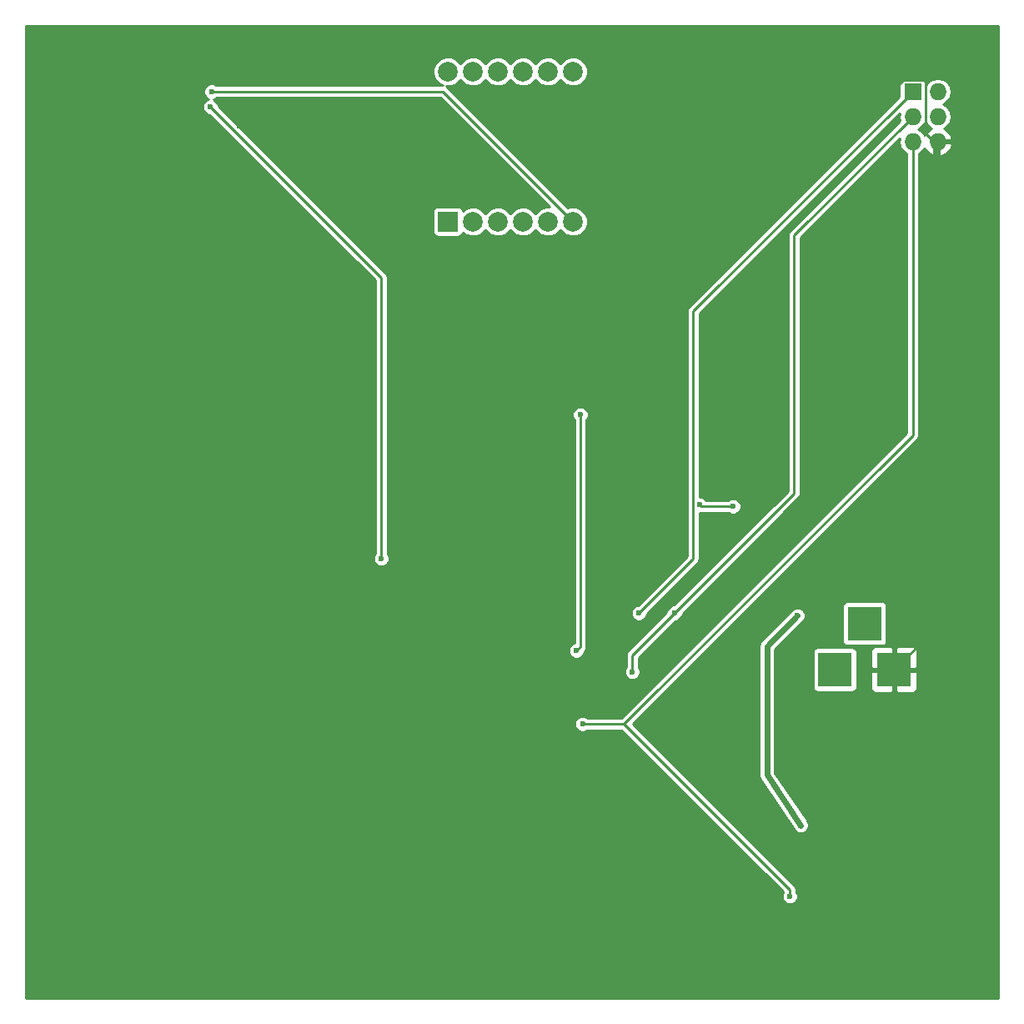
<source format=gbl>
G04 #@! TF.FileFunction,Copper,L2,Bot,Signal*
%FSLAX46Y46*%
G04 Gerber Fmt 4.6, Leading zero omitted, Abs format (unit mm)*
G04 Created by KiCad (PCBNEW 4.0.4-stable) date 11/18/16 12:36:53*
%MOMM*%
%LPD*%
G01*
G04 APERTURE LIST*
%ADD10C,0.100000*%
%ADD11R,2.032000X2.032000*%
%ADD12C,2.000000*%
%ADD13R,3.500120X3.500120*%
%ADD14R,1.727200X1.727200*%
%ADD15O,1.727200X1.727200*%
%ADD16C,0.600000*%
%ADD17C,0.250000*%
%ADD18C,0.600000*%
%ADD19C,0.254000*%
G04 APERTURE END LIST*
D10*
D11*
X125000000Y-65500000D03*
D12*
X127540000Y-65500000D03*
X130080000Y-65500000D03*
X132620000Y-65500000D03*
X135160000Y-65500000D03*
X137700000Y-65500000D03*
X132620000Y-50260000D03*
X135160000Y-50260000D03*
X125000000Y-50260000D03*
X127540000Y-50260000D03*
X137700000Y-50260000D03*
X130080000Y-50260000D03*
D13*
X164299860Y-111000000D03*
X170299340Y-111000000D03*
X167299600Y-106301000D03*
D14*
X172200000Y-52300000D03*
D15*
X174740000Y-52300000D03*
X172200000Y-54840000D03*
X174740000Y-54840000D03*
X172200000Y-57380000D03*
X174740000Y-57380000D03*
D16*
X101003400Y-52308700D03*
X160822500Y-126784856D03*
X160500000Y-105500000D03*
X141998700Y-81948800D03*
X129308000Y-84395200D03*
X103851100Y-55830100D03*
X148865400Y-82041300D03*
X130027200Y-81049300D03*
X144387900Y-105244600D03*
X148017500Y-105232800D03*
X143729600Y-111208300D03*
X138452900Y-85100000D03*
X138053200Y-109076500D03*
X100866100Y-53850000D03*
X118238800Y-99712700D03*
X138665900Y-116500000D03*
X159731100Y-134016400D03*
X150526700Y-94244400D03*
X153951900Y-94424600D03*
D17*
X124508700Y-52308700D02*
X137700000Y-65500000D01*
X101003400Y-52308700D02*
X124508700Y-52308700D01*
D18*
X160500000Y-105500000D02*
X157400000Y-108600000D01*
X157400000Y-108600000D02*
X157400000Y-121700000D01*
X157400000Y-121700000D02*
X160822500Y-126784856D01*
D17*
X174740000Y-57380000D02*
X174310800Y-57380000D01*
X174310800Y-106988500D02*
X170299300Y-111000000D01*
X174310800Y-57380000D02*
X174310800Y-106988500D01*
X173470000Y-56539200D02*
X174310800Y-57380000D01*
X173470000Y-51328900D02*
X173470000Y-56539200D01*
X173252100Y-51111000D02*
X173470000Y-51328900D01*
X171198100Y-51111000D02*
X173252100Y-51111000D01*
X148772900Y-73536200D02*
X171198100Y-51111000D01*
X148772900Y-81948800D02*
X148772900Y-73536200D01*
X148772900Y-81948800D02*
X148865400Y-82041300D01*
X129070300Y-81049300D02*
X103851100Y-55830100D01*
X130027200Y-81049300D02*
X129070300Y-81049300D01*
X141998700Y-81948800D02*
X148772900Y-81948800D01*
X141099200Y-81049300D02*
X130027200Y-81049300D01*
X141998700Y-81948800D02*
X141099200Y-81049300D01*
X130027200Y-83676000D02*
X129308000Y-84395200D01*
X130027200Y-81049300D02*
X130027200Y-83676000D01*
X149901300Y-99731200D02*
X144387900Y-105244600D01*
X149901300Y-74598700D02*
X149901300Y-99731200D01*
X172200000Y-52300000D02*
X149901300Y-74598700D01*
X143729600Y-109520700D02*
X143729600Y-111208300D01*
X148017500Y-105232800D02*
X143729600Y-109520700D01*
X160141500Y-66898500D02*
X172200000Y-54840000D01*
X160141500Y-93108800D02*
X160141500Y-66898500D01*
X148017500Y-105232800D02*
X160141500Y-93108800D01*
X138452900Y-108676800D02*
X138452900Y-85100000D01*
X138053200Y-109076500D02*
X138452900Y-108676800D01*
X118238800Y-71222700D02*
X118238800Y-99712700D01*
X100866100Y-53850000D02*
X118238800Y-71222700D01*
X159731100Y-133336700D02*
X142894400Y-116500000D01*
X159731100Y-134016400D02*
X159731100Y-133336700D01*
X142894400Y-116500000D02*
X138665900Y-116500000D01*
X172200000Y-87194400D02*
X172200000Y-57380000D01*
X142894400Y-116500000D02*
X172200000Y-87194400D01*
X150706900Y-94424600D02*
X150526700Y-94244400D01*
X153951900Y-94424600D02*
X150706900Y-94424600D01*
D19*
G36*
X180873000Y-144373000D02*
X82127000Y-144373000D01*
X82127000Y-116659818D01*
X137858760Y-116659818D01*
X137981360Y-116956532D01*
X138208174Y-117183742D01*
X138504674Y-117306860D01*
X138825718Y-117307140D01*
X139122432Y-117184540D01*
X139175064Y-117132000D01*
X142632618Y-117132000D01*
X159053330Y-133552713D01*
X159047358Y-133558674D01*
X158924240Y-133855174D01*
X158923960Y-134176218D01*
X159046560Y-134472932D01*
X159273374Y-134700142D01*
X159569874Y-134823260D01*
X159890918Y-134823540D01*
X160187632Y-134700940D01*
X160414842Y-134474126D01*
X160537960Y-134177626D01*
X160538240Y-133856582D01*
X160415640Y-133559868D01*
X160363100Y-133507236D01*
X160363100Y-133336700D01*
X160314992Y-133094844D01*
X160177991Y-132889808D01*
X143788182Y-116500000D01*
X151688182Y-108600000D01*
X156593000Y-108600000D01*
X156593000Y-121700000D01*
X156608769Y-121779277D01*
X156609042Y-121860111D01*
X156639186Y-121932195D01*
X156654429Y-122008826D01*
X156699338Y-122076036D01*
X156730523Y-122150610D01*
X160107674Y-127168090D01*
X160137960Y-127241388D01*
X160364774Y-127468598D01*
X160661274Y-127591716D01*
X160982318Y-127591996D01*
X161279032Y-127469396D01*
X161506242Y-127242582D01*
X161629360Y-126946082D01*
X161629640Y-126625038D01*
X161507040Y-126328324D01*
X161448562Y-126269744D01*
X158207000Y-121453710D01*
X158207000Y-109249940D01*
X162032868Y-109249940D01*
X162032868Y-112750060D01*
X162068221Y-112937943D01*
X162179259Y-113110502D01*
X162348684Y-113226265D01*
X162549800Y-113266992D01*
X166049920Y-113266992D01*
X166237803Y-113231639D01*
X166410362Y-113120601D01*
X166526125Y-112951176D01*
X166566852Y-112750060D01*
X166566852Y-111285750D01*
X167914280Y-111285750D01*
X167914280Y-112876370D01*
X168010953Y-113109759D01*
X168189582Y-113288387D01*
X168422971Y-113385060D01*
X170013590Y-113385060D01*
X170172340Y-113226310D01*
X170172340Y-111127000D01*
X170426340Y-111127000D01*
X170426340Y-113226310D01*
X170585090Y-113385060D01*
X172175709Y-113385060D01*
X172409098Y-113288387D01*
X172587727Y-113109759D01*
X172684400Y-112876370D01*
X172684400Y-111285750D01*
X172525650Y-111127000D01*
X170426340Y-111127000D01*
X170172340Y-111127000D01*
X168073030Y-111127000D01*
X167914280Y-111285750D01*
X166566852Y-111285750D01*
X166566852Y-109249940D01*
X166543085Y-109123630D01*
X167914280Y-109123630D01*
X167914280Y-110714250D01*
X168073030Y-110873000D01*
X170172340Y-110873000D01*
X170172340Y-108773690D01*
X170426340Y-108773690D01*
X170426340Y-110873000D01*
X172525650Y-110873000D01*
X172684400Y-110714250D01*
X172684400Y-109123630D01*
X172587727Y-108890241D01*
X172409098Y-108711613D01*
X172175709Y-108614940D01*
X170585090Y-108614940D01*
X170426340Y-108773690D01*
X170172340Y-108773690D01*
X170013590Y-108614940D01*
X168422971Y-108614940D01*
X168189582Y-108711613D01*
X168010953Y-108890241D01*
X167914280Y-109123630D01*
X166543085Y-109123630D01*
X166531499Y-109062057D01*
X166420461Y-108889498D01*
X166251036Y-108773735D01*
X166049920Y-108733008D01*
X162549800Y-108733008D01*
X162361917Y-108768361D01*
X162189358Y-108879399D01*
X162073595Y-109048824D01*
X162032868Y-109249940D01*
X158207000Y-109249940D01*
X158207000Y-108934270D01*
X161070137Y-106071133D01*
X161183742Y-105957726D01*
X161306860Y-105661226D01*
X161307140Y-105340182D01*
X161184540Y-105043468D01*
X160957726Y-104816258D01*
X160661226Y-104693140D01*
X160340182Y-104692860D01*
X160043468Y-104815460D01*
X159816258Y-105042274D01*
X159816117Y-105042613D01*
X156829365Y-108029365D01*
X156654429Y-108291174D01*
X156593000Y-108600000D01*
X151688182Y-108600000D01*
X155737242Y-104550940D01*
X165032608Y-104550940D01*
X165032608Y-108051060D01*
X165067961Y-108238943D01*
X165178999Y-108411502D01*
X165348424Y-108527265D01*
X165549540Y-108567992D01*
X169049660Y-108567992D01*
X169237543Y-108532639D01*
X169410102Y-108421601D01*
X169525865Y-108252176D01*
X169566592Y-108051060D01*
X169566592Y-104550940D01*
X169531239Y-104363057D01*
X169420201Y-104190498D01*
X169250776Y-104074735D01*
X169049660Y-104034008D01*
X165549540Y-104034008D01*
X165361657Y-104069361D01*
X165189098Y-104180399D01*
X165073335Y-104349824D01*
X165032608Y-104550940D01*
X155737242Y-104550940D01*
X172646892Y-87641291D01*
X172783892Y-87436256D01*
X172832000Y-87194400D01*
X172832000Y-58592386D01*
X173196013Y-58349161D01*
X173406979Y-58033426D01*
X173457312Y-58154947D01*
X173851510Y-58586821D01*
X174380973Y-58834968D01*
X174613000Y-58714469D01*
X174613000Y-57507000D01*
X174867000Y-57507000D01*
X174867000Y-58714469D01*
X175099027Y-58834968D01*
X175628490Y-58586821D01*
X176022688Y-58154947D01*
X176194958Y-57739026D01*
X176073817Y-57507000D01*
X174867000Y-57507000D01*
X174613000Y-57507000D01*
X174593000Y-57507000D01*
X174593000Y-57253000D01*
X174613000Y-57253000D01*
X174613000Y-57233000D01*
X174867000Y-57233000D01*
X174867000Y-57253000D01*
X176073817Y-57253000D01*
X176194958Y-57020974D01*
X176022688Y-56605053D01*
X175628490Y-56173179D01*
X175371488Y-56052728D01*
X175736013Y-55809161D01*
X176033121Y-55364506D01*
X176137452Y-54840000D01*
X176033121Y-54315494D01*
X175736013Y-53870839D01*
X175291358Y-53573731D01*
X175272601Y-53570000D01*
X175291358Y-53566269D01*
X175736013Y-53269161D01*
X176033121Y-52824506D01*
X176137452Y-52300000D01*
X176033121Y-51775494D01*
X175736013Y-51330839D01*
X175291358Y-51033731D01*
X174766852Y-50929400D01*
X174713148Y-50929400D01*
X174188642Y-51033731D01*
X173743987Y-51330839D01*
X173580532Y-51575467D01*
X173580532Y-51436400D01*
X173545179Y-51248517D01*
X173434141Y-51075958D01*
X173264716Y-50960195D01*
X173063600Y-50919468D01*
X171336400Y-50919468D01*
X171148517Y-50954821D01*
X170975958Y-51065859D01*
X170860195Y-51235284D01*
X170819468Y-51436400D01*
X170819468Y-52786749D01*
X149454409Y-74151809D01*
X149317408Y-74356844D01*
X149269300Y-74598700D01*
X149269300Y-99469417D01*
X144301194Y-104437524D01*
X144228082Y-104437460D01*
X143931368Y-104560060D01*
X143704158Y-104786874D01*
X143581040Y-105083374D01*
X143580760Y-105404418D01*
X143703360Y-105701132D01*
X143930174Y-105928342D01*
X144226674Y-106051460D01*
X144547718Y-106051740D01*
X144844432Y-105929140D01*
X145071642Y-105702326D01*
X145194760Y-105405826D01*
X145194825Y-105331457D01*
X150348191Y-100178092D01*
X150485192Y-99973056D01*
X150505190Y-99872518D01*
X150533300Y-99731200D01*
X150533300Y-95051406D01*
X150681439Y-95051536D01*
X150706900Y-95056600D01*
X153442522Y-95056600D01*
X153494174Y-95108342D01*
X153790674Y-95231460D01*
X154111718Y-95231740D01*
X154408432Y-95109140D01*
X154635642Y-94882326D01*
X154758760Y-94585826D01*
X154759040Y-94264782D01*
X154636440Y-93968068D01*
X154409626Y-93740858D01*
X154113126Y-93617740D01*
X153792082Y-93617460D01*
X153495368Y-93740060D01*
X153442736Y-93792600D01*
X151213195Y-93792600D01*
X151211240Y-93787868D01*
X150984426Y-93560658D01*
X150687926Y-93437540D01*
X150533300Y-93437405D01*
X150533300Y-74860482D01*
X170864317Y-54529466D01*
X170802548Y-54840000D01*
X170886112Y-55260105D01*
X159694609Y-66451609D01*
X159557608Y-66656644D01*
X159509500Y-66898500D01*
X159509500Y-92847017D01*
X147930794Y-104425724D01*
X147857682Y-104425660D01*
X147560968Y-104548260D01*
X147333758Y-104775074D01*
X147210640Y-105071574D01*
X147210575Y-105145942D01*
X143282709Y-109073809D01*
X143145708Y-109278844D01*
X143097600Y-109520700D01*
X143097600Y-110698922D01*
X143045858Y-110750574D01*
X142922740Y-111047074D01*
X142922460Y-111368118D01*
X143045060Y-111664832D01*
X143271874Y-111892042D01*
X143568374Y-112015160D01*
X143889418Y-112015440D01*
X144186132Y-111892840D01*
X144413342Y-111666026D01*
X144536460Y-111369526D01*
X144536740Y-111048482D01*
X144414140Y-110751768D01*
X144361600Y-110699136D01*
X144361600Y-109782482D01*
X148104207Y-106039876D01*
X148177318Y-106039940D01*
X148474032Y-105917340D01*
X148701242Y-105690526D01*
X148824360Y-105394026D01*
X148824425Y-105319657D01*
X160588391Y-93555692D01*
X160725392Y-93350656D01*
X160773500Y-93108800D01*
X160773500Y-67160282D01*
X170864317Y-57069466D01*
X170802548Y-57380000D01*
X170906879Y-57904506D01*
X171203987Y-58349161D01*
X171568000Y-58592386D01*
X171568000Y-86932617D01*
X142632618Y-115868000D01*
X139175278Y-115868000D01*
X139123626Y-115816258D01*
X138827126Y-115693140D01*
X138506082Y-115692860D01*
X138209368Y-115815460D01*
X137982158Y-116042274D01*
X137859040Y-116338774D01*
X137858760Y-116659818D01*
X82127000Y-116659818D01*
X82127000Y-109236318D01*
X137246060Y-109236318D01*
X137368660Y-109533032D01*
X137595474Y-109760242D01*
X137891974Y-109883360D01*
X138213018Y-109883640D01*
X138509732Y-109761040D01*
X138736942Y-109534226D01*
X138860060Y-109237726D01*
X138860125Y-109163358D01*
X138899791Y-109123692D01*
X139036792Y-108918656D01*
X139037465Y-108915274D01*
X139084900Y-108676800D01*
X139084900Y-85609378D01*
X139136642Y-85557726D01*
X139259760Y-85261226D01*
X139260040Y-84940182D01*
X139137440Y-84643468D01*
X138910626Y-84416258D01*
X138614126Y-84293140D01*
X138293082Y-84292860D01*
X137996368Y-84415460D01*
X137769158Y-84642274D01*
X137646040Y-84938774D01*
X137645760Y-85259818D01*
X137768360Y-85556532D01*
X137820900Y-85609164D01*
X137820900Y-108299309D01*
X137596668Y-108391960D01*
X137369458Y-108618774D01*
X137246340Y-108915274D01*
X137246060Y-109236318D01*
X82127000Y-109236318D01*
X82127000Y-54009818D01*
X100058960Y-54009818D01*
X100181560Y-54306532D01*
X100408374Y-54533742D01*
X100704874Y-54656860D01*
X100779243Y-54656925D01*
X117606800Y-71484483D01*
X117606800Y-99203322D01*
X117555058Y-99254974D01*
X117431940Y-99551474D01*
X117431660Y-99872518D01*
X117554260Y-100169232D01*
X117781074Y-100396442D01*
X118077574Y-100519560D01*
X118398618Y-100519840D01*
X118695332Y-100397240D01*
X118922542Y-100170426D01*
X119045660Y-99873926D01*
X119045940Y-99552882D01*
X118923340Y-99256168D01*
X118870800Y-99203536D01*
X118870800Y-71222700D01*
X118822692Y-70980844D01*
X118685692Y-70775809D01*
X101673176Y-53763294D01*
X101673240Y-53690182D01*
X101550640Y-53393468D01*
X101323826Y-53166258D01*
X101182861Y-53107724D01*
X101459932Y-52993240D01*
X101512564Y-52940700D01*
X124246918Y-52940700D01*
X135299338Y-63993121D01*
X134861554Y-63992739D01*
X134307468Y-64221683D01*
X133889643Y-64638779D01*
X133474762Y-64223172D01*
X132921076Y-63993262D01*
X132321554Y-63992739D01*
X131767468Y-64221683D01*
X131349643Y-64638779D01*
X130934762Y-64223172D01*
X130381076Y-63993262D01*
X129781554Y-63992739D01*
X129227468Y-64221683D01*
X128809643Y-64638779D01*
X128394762Y-64223172D01*
X127841076Y-63993262D01*
X127241554Y-63992739D01*
X126687468Y-64221683D01*
X126515816Y-64393036D01*
X126497579Y-64296117D01*
X126386541Y-64123558D01*
X126217116Y-64007795D01*
X126016000Y-63967068D01*
X123984000Y-63967068D01*
X123796117Y-64002421D01*
X123623558Y-64113459D01*
X123507795Y-64282884D01*
X123467068Y-64484000D01*
X123467068Y-66516000D01*
X123502421Y-66703883D01*
X123613459Y-66876442D01*
X123782884Y-66992205D01*
X123984000Y-67032932D01*
X126016000Y-67032932D01*
X126203883Y-66997579D01*
X126376442Y-66886541D01*
X126492205Y-66717116D01*
X126514707Y-66605999D01*
X126685238Y-66776828D01*
X127238924Y-67006738D01*
X127838446Y-67007261D01*
X128392532Y-66778317D01*
X128810357Y-66361221D01*
X129225238Y-66776828D01*
X129778924Y-67006738D01*
X130378446Y-67007261D01*
X130932532Y-66778317D01*
X131350357Y-66361221D01*
X131765238Y-66776828D01*
X132318924Y-67006738D01*
X132918446Y-67007261D01*
X133472532Y-66778317D01*
X133890357Y-66361221D01*
X134305238Y-66776828D01*
X134858924Y-67006738D01*
X135458446Y-67007261D01*
X136012532Y-66778317D01*
X136430357Y-66361221D01*
X136845238Y-66776828D01*
X137398924Y-67006738D01*
X137998446Y-67007261D01*
X138552532Y-66778317D01*
X138976828Y-66354762D01*
X139206738Y-65801076D01*
X139207261Y-65201554D01*
X138978317Y-64647468D01*
X138554762Y-64223172D01*
X138001076Y-63993262D01*
X137401554Y-63992739D01*
X137178632Y-64084849D01*
X124955591Y-51861809D01*
X124813458Y-51766838D01*
X125298446Y-51767261D01*
X125852532Y-51538317D01*
X126270357Y-51121221D01*
X126685238Y-51536828D01*
X127238924Y-51766738D01*
X127838446Y-51767261D01*
X128392532Y-51538317D01*
X128810357Y-51121221D01*
X129225238Y-51536828D01*
X129778924Y-51766738D01*
X130378446Y-51767261D01*
X130932532Y-51538317D01*
X131350357Y-51121221D01*
X131765238Y-51536828D01*
X132318924Y-51766738D01*
X132918446Y-51767261D01*
X133472532Y-51538317D01*
X133890357Y-51121221D01*
X134305238Y-51536828D01*
X134858924Y-51766738D01*
X135458446Y-51767261D01*
X136012532Y-51538317D01*
X136430357Y-51121221D01*
X136845238Y-51536828D01*
X137398924Y-51766738D01*
X137998446Y-51767261D01*
X138552532Y-51538317D01*
X138976828Y-51114762D01*
X139206738Y-50561076D01*
X139207261Y-49961554D01*
X138978317Y-49407468D01*
X138554762Y-48983172D01*
X138001076Y-48753262D01*
X137401554Y-48752739D01*
X136847468Y-48981683D01*
X136429643Y-49398779D01*
X136014762Y-48983172D01*
X135461076Y-48753262D01*
X134861554Y-48752739D01*
X134307468Y-48981683D01*
X133889643Y-49398779D01*
X133474762Y-48983172D01*
X132921076Y-48753262D01*
X132321554Y-48752739D01*
X131767468Y-48981683D01*
X131349643Y-49398779D01*
X130934762Y-48983172D01*
X130381076Y-48753262D01*
X129781554Y-48752739D01*
X129227468Y-48981683D01*
X128809643Y-49398779D01*
X128394762Y-48983172D01*
X127841076Y-48753262D01*
X127241554Y-48752739D01*
X126687468Y-48981683D01*
X126269643Y-49398779D01*
X125854762Y-48983172D01*
X125301076Y-48753262D01*
X124701554Y-48752739D01*
X124147468Y-48981683D01*
X123723172Y-49405238D01*
X123493262Y-49958924D01*
X123492739Y-50558446D01*
X123721683Y-51112532D01*
X124145238Y-51536828D01*
X124482088Y-51676700D01*
X101512778Y-51676700D01*
X101461126Y-51624958D01*
X101164626Y-51501840D01*
X100843582Y-51501560D01*
X100546868Y-51624160D01*
X100319658Y-51850974D01*
X100196540Y-52147474D01*
X100196260Y-52468518D01*
X100318860Y-52765232D01*
X100545674Y-52992442D01*
X100686639Y-53050976D01*
X100409568Y-53165460D01*
X100182358Y-53392274D01*
X100059240Y-53688774D01*
X100058960Y-54009818D01*
X82127000Y-54009818D01*
X82127000Y-45627000D01*
X180873000Y-45627000D01*
X180873000Y-144373000D01*
X180873000Y-144373000D01*
G37*
X180873000Y-144373000D02*
X82127000Y-144373000D01*
X82127000Y-116659818D01*
X137858760Y-116659818D01*
X137981360Y-116956532D01*
X138208174Y-117183742D01*
X138504674Y-117306860D01*
X138825718Y-117307140D01*
X139122432Y-117184540D01*
X139175064Y-117132000D01*
X142632618Y-117132000D01*
X159053330Y-133552713D01*
X159047358Y-133558674D01*
X158924240Y-133855174D01*
X158923960Y-134176218D01*
X159046560Y-134472932D01*
X159273374Y-134700142D01*
X159569874Y-134823260D01*
X159890918Y-134823540D01*
X160187632Y-134700940D01*
X160414842Y-134474126D01*
X160537960Y-134177626D01*
X160538240Y-133856582D01*
X160415640Y-133559868D01*
X160363100Y-133507236D01*
X160363100Y-133336700D01*
X160314992Y-133094844D01*
X160177991Y-132889808D01*
X143788182Y-116500000D01*
X151688182Y-108600000D01*
X156593000Y-108600000D01*
X156593000Y-121700000D01*
X156608769Y-121779277D01*
X156609042Y-121860111D01*
X156639186Y-121932195D01*
X156654429Y-122008826D01*
X156699338Y-122076036D01*
X156730523Y-122150610D01*
X160107674Y-127168090D01*
X160137960Y-127241388D01*
X160364774Y-127468598D01*
X160661274Y-127591716D01*
X160982318Y-127591996D01*
X161279032Y-127469396D01*
X161506242Y-127242582D01*
X161629360Y-126946082D01*
X161629640Y-126625038D01*
X161507040Y-126328324D01*
X161448562Y-126269744D01*
X158207000Y-121453710D01*
X158207000Y-109249940D01*
X162032868Y-109249940D01*
X162032868Y-112750060D01*
X162068221Y-112937943D01*
X162179259Y-113110502D01*
X162348684Y-113226265D01*
X162549800Y-113266992D01*
X166049920Y-113266992D01*
X166237803Y-113231639D01*
X166410362Y-113120601D01*
X166526125Y-112951176D01*
X166566852Y-112750060D01*
X166566852Y-111285750D01*
X167914280Y-111285750D01*
X167914280Y-112876370D01*
X168010953Y-113109759D01*
X168189582Y-113288387D01*
X168422971Y-113385060D01*
X170013590Y-113385060D01*
X170172340Y-113226310D01*
X170172340Y-111127000D01*
X170426340Y-111127000D01*
X170426340Y-113226310D01*
X170585090Y-113385060D01*
X172175709Y-113385060D01*
X172409098Y-113288387D01*
X172587727Y-113109759D01*
X172684400Y-112876370D01*
X172684400Y-111285750D01*
X172525650Y-111127000D01*
X170426340Y-111127000D01*
X170172340Y-111127000D01*
X168073030Y-111127000D01*
X167914280Y-111285750D01*
X166566852Y-111285750D01*
X166566852Y-109249940D01*
X166543085Y-109123630D01*
X167914280Y-109123630D01*
X167914280Y-110714250D01*
X168073030Y-110873000D01*
X170172340Y-110873000D01*
X170172340Y-108773690D01*
X170426340Y-108773690D01*
X170426340Y-110873000D01*
X172525650Y-110873000D01*
X172684400Y-110714250D01*
X172684400Y-109123630D01*
X172587727Y-108890241D01*
X172409098Y-108711613D01*
X172175709Y-108614940D01*
X170585090Y-108614940D01*
X170426340Y-108773690D01*
X170172340Y-108773690D01*
X170013590Y-108614940D01*
X168422971Y-108614940D01*
X168189582Y-108711613D01*
X168010953Y-108890241D01*
X167914280Y-109123630D01*
X166543085Y-109123630D01*
X166531499Y-109062057D01*
X166420461Y-108889498D01*
X166251036Y-108773735D01*
X166049920Y-108733008D01*
X162549800Y-108733008D01*
X162361917Y-108768361D01*
X162189358Y-108879399D01*
X162073595Y-109048824D01*
X162032868Y-109249940D01*
X158207000Y-109249940D01*
X158207000Y-108934270D01*
X161070137Y-106071133D01*
X161183742Y-105957726D01*
X161306860Y-105661226D01*
X161307140Y-105340182D01*
X161184540Y-105043468D01*
X160957726Y-104816258D01*
X160661226Y-104693140D01*
X160340182Y-104692860D01*
X160043468Y-104815460D01*
X159816258Y-105042274D01*
X159816117Y-105042613D01*
X156829365Y-108029365D01*
X156654429Y-108291174D01*
X156593000Y-108600000D01*
X151688182Y-108600000D01*
X155737242Y-104550940D01*
X165032608Y-104550940D01*
X165032608Y-108051060D01*
X165067961Y-108238943D01*
X165178999Y-108411502D01*
X165348424Y-108527265D01*
X165549540Y-108567992D01*
X169049660Y-108567992D01*
X169237543Y-108532639D01*
X169410102Y-108421601D01*
X169525865Y-108252176D01*
X169566592Y-108051060D01*
X169566592Y-104550940D01*
X169531239Y-104363057D01*
X169420201Y-104190498D01*
X169250776Y-104074735D01*
X169049660Y-104034008D01*
X165549540Y-104034008D01*
X165361657Y-104069361D01*
X165189098Y-104180399D01*
X165073335Y-104349824D01*
X165032608Y-104550940D01*
X155737242Y-104550940D01*
X172646892Y-87641291D01*
X172783892Y-87436256D01*
X172832000Y-87194400D01*
X172832000Y-58592386D01*
X173196013Y-58349161D01*
X173406979Y-58033426D01*
X173457312Y-58154947D01*
X173851510Y-58586821D01*
X174380973Y-58834968D01*
X174613000Y-58714469D01*
X174613000Y-57507000D01*
X174867000Y-57507000D01*
X174867000Y-58714469D01*
X175099027Y-58834968D01*
X175628490Y-58586821D01*
X176022688Y-58154947D01*
X176194958Y-57739026D01*
X176073817Y-57507000D01*
X174867000Y-57507000D01*
X174613000Y-57507000D01*
X174593000Y-57507000D01*
X174593000Y-57253000D01*
X174613000Y-57253000D01*
X174613000Y-57233000D01*
X174867000Y-57233000D01*
X174867000Y-57253000D01*
X176073817Y-57253000D01*
X176194958Y-57020974D01*
X176022688Y-56605053D01*
X175628490Y-56173179D01*
X175371488Y-56052728D01*
X175736013Y-55809161D01*
X176033121Y-55364506D01*
X176137452Y-54840000D01*
X176033121Y-54315494D01*
X175736013Y-53870839D01*
X175291358Y-53573731D01*
X175272601Y-53570000D01*
X175291358Y-53566269D01*
X175736013Y-53269161D01*
X176033121Y-52824506D01*
X176137452Y-52300000D01*
X176033121Y-51775494D01*
X175736013Y-51330839D01*
X175291358Y-51033731D01*
X174766852Y-50929400D01*
X174713148Y-50929400D01*
X174188642Y-51033731D01*
X173743987Y-51330839D01*
X173580532Y-51575467D01*
X173580532Y-51436400D01*
X173545179Y-51248517D01*
X173434141Y-51075958D01*
X173264716Y-50960195D01*
X173063600Y-50919468D01*
X171336400Y-50919468D01*
X171148517Y-50954821D01*
X170975958Y-51065859D01*
X170860195Y-51235284D01*
X170819468Y-51436400D01*
X170819468Y-52786749D01*
X149454409Y-74151809D01*
X149317408Y-74356844D01*
X149269300Y-74598700D01*
X149269300Y-99469417D01*
X144301194Y-104437524D01*
X144228082Y-104437460D01*
X143931368Y-104560060D01*
X143704158Y-104786874D01*
X143581040Y-105083374D01*
X143580760Y-105404418D01*
X143703360Y-105701132D01*
X143930174Y-105928342D01*
X144226674Y-106051460D01*
X144547718Y-106051740D01*
X144844432Y-105929140D01*
X145071642Y-105702326D01*
X145194760Y-105405826D01*
X145194825Y-105331457D01*
X150348191Y-100178092D01*
X150485192Y-99973056D01*
X150505190Y-99872518D01*
X150533300Y-99731200D01*
X150533300Y-95051406D01*
X150681439Y-95051536D01*
X150706900Y-95056600D01*
X153442522Y-95056600D01*
X153494174Y-95108342D01*
X153790674Y-95231460D01*
X154111718Y-95231740D01*
X154408432Y-95109140D01*
X154635642Y-94882326D01*
X154758760Y-94585826D01*
X154759040Y-94264782D01*
X154636440Y-93968068D01*
X154409626Y-93740858D01*
X154113126Y-93617740D01*
X153792082Y-93617460D01*
X153495368Y-93740060D01*
X153442736Y-93792600D01*
X151213195Y-93792600D01*
X151211240Y-93787868D01*
X150984426Y-93560658D01*
X150687926Y-93437540D01*
X150533300Y-93437405D01*
X150533300Y-74860482D01*
X170864317Y-54529466D01*
X170802548Y-54840000D01*
X170886112Y-55260105D01*
X159694609Y-66451609D01*
X159557608Y-66656644D01*
X159509500Y-66898500D01*
X159509500Y-92847017D01*
X147930794Y-104425724D01*
X147857682Y-104425660D01*
X147560968Y-104548260D01*
X147333758Y-104775074D01*
X147210640Y-105071574D01*
X147210575Y-105145942D01*
X143282709Y-109073809D01*
X143145708Y-109278844D01*
X143097600Y-109520700D01*
X143097600Y-110698922D01*
X143045858Y-110750574D01*
X142922740Y-111047074D01*
X142922460Y-111368118D01*
X143045060Y-111664832D01*
X143271874Y-111892042D01*
X143568374Y-112015160D01*
X143889418Y-112015440D01*
X144186132Y-111892840D01*
X144413342Y-111666026D01*
X144536460Y-111369526D01*
X144536740Y-111048482D01*
X144414140Y-110751768D01*
X144361600Y-110699136D01*
X144361600Y-109782482D01*
X148104207Y-106039876D01*
X148177318Y-106039940D01*
X148474032Y-105917340D01*
X148701242Y-105690526D01*
X148824360Y-105394026D01*
X148824425Y-105319657D01*
X160588391Y-93555692D01*
X160725392Y-93350656D01*
X160773500Y-93108800D01*
X160773500Y-67160282D01*
X170864317Y-57069466D01*
X170802548Y-57380000D01*
X170906879Y-57904506D01*
X171203987Y-58349161D01*
X171568000Y-58592386D01*
X171568000Y-86932617D01*
X142632618Y-115868000D01*
X139175278Y-115868000D01*
X139123626Y-115816258D01*
X138827126Y-115693140D01*
X138506082Y-115692860D01*
X138209368Y-115815460D01*
X137982158Y-116042274D01*
X137859040Y-116338774D01*
X137858760Y-116659818D01*
X82127000Y-116659818D01*
X82127000Y-109236318D01*
X137246060Y-109236318D01*
X137368660Y-109533032D01*
X137595474Y-109760242D01*
X137891974Y-109883360D01*
X138213018Y-109883640D01*
X138509732Y-109761040D01*
X138736942Y-109534226D01*
X138860060Y-109237726D01*
X138860125Y-109163358D01*
X138899791Y-109123692D01*
X139036792Y-108918656D01*
X139037465Y-108915274D01*
X139084900Y-108676800D01*
X139084900Y-85609378D01*
X139136642Y-85557726D01*
X139259760Y-85261226D01*
X139260040Y-84940182D01*
X139137440Y-84643468D01*
X138910626Y-84416258D01*
X138614126Y-84293140D01*
X138293082Y-84292860D01*
X137996368Y-84415460D01*
X137769158Y-84642274D01*
X137646040Y-84938774D01*
X137645760Y-85259818D01*
X137768360Y-85556532D01*
X137820900Y-85609164D01*
X137820900Y-108299309D01*
X137596668Y-108391960D01*
X137369458Y-108618774D01*
X137246340Y-108915274D01*
X137246060Y-109236318D01*
X82127000Y-109236318D01*
X82127000Y-54009818D01*
X100058960Y-54009818D01*
X100181560Y-54306532D01*
X100408374Y-54533742D01*
X100704874Y-54656860D01*
X100779243Y-54656925D01*
X117606800Y-71484483D01*
X117606800Y-99203322D01*
X117555058Y-99254974D01*
X117431940Y-99551474D01*
X117431660Y-99872518D01*
X117554260Y-100169232D01*
X117781074Y-100396442D01*
X118077574Y-100519560D01*
X118398618Y-100519840D01*
X118695332Y-100397240D01*
X118922542Y-100170426D01*
X119045660Y-99873926D01*
X119045940Y-99552882D01*
X118923340Y-99256168D01*
X118870800Y-99203536D01*
X118870800Y-71222700D01*
X118822692Y-70980844D01*
X118685692Y-70775809D01*
X101673176Y-53763294D01*
X101673240Y-53690182D01*
X101550640Y-53393468D01*
X101323826Y-53166258D01*
X101182861Y-53107724D01*
X101459932Y-52993240D01*
X101512564Y-52940700D01*
X124246918Y-52940700D01*
X135299338Y-63993121D01*
X134861554Y-63992739D01*
X134307468Y-64221683D01*
X133889643Y-64638779D01*
X133474762Y-64223172D01*
X132921076Y-63993262D01*
X132321554Y-63992739D01*
X131767468Y-64221683D01*
X131349643Y-64638779D01*
X130934762Y-64223172D01*
X130381076Y-63993262D01*
X129781554Y-63992739D01*
X129227468Y-64221683D01*
X128809643Y-64638779D01*
X128394762Y-64223172D01*
X127841076Y-63993262D01*
X127241554Y-63992739D01*
X126687468Y-64221683D01*
X126515816Y-64393036D01*
X126497579Y-64296117D01*
X126386541Y-64123558D01*
X126217116Y-64007795D01*
X126016000Y-63967068D01*
X123984000Y-63967068D01*
X123796117Y-64002421D01*
X123623558Y-64113459D01*
X123507795Y-64282884D01*
X123467068Y-64484000D01*
X123467068Y-66516000D01*
X123502421Y-66703883D01*
X123613459Y-66876442D01*
X123782884Y-66992205D01*
X123984000Y-67032932D01*
X126016000Y-67032932D01*
X126203883Y-66997579D01*
X126376442Y-66886541D01*
X126492205Y-66717116D01*
X126514707Y-66605999D01*
X126685238Y-66776828D01*
X127238924Y-67006738D01*
X127838446Y-67007261D01*
X128392532Y-66778317D01*
X128810357Y-66361221D01*
X129225238Y-66776828D01*
X129778924Y-67006738D01*
X130378446Y-67007261D01*
X130932532Y-66778317D01*
X131350357Y-66361221D01*
X131765238Y-66776828D01*
X132318924Y-67006738D01*
X132918446Y-67007261D01*
X133472532Y-66778317D01*
X133890357Y-66361221D01*
X134305238Y-66776828D01*
X134858924Y-67006738D01*
X135458446Y-67007261D01*
X136012532Y-66778317D01*
X136430357Y-66361221D01*
X136845238Y-66776828D01*
X137398924Y-67006738D01*
X137998446Y-67007261D01*
X138552532Y-66778317D01*
X138976828Y-66354762D01*
X139206738Y-65801076D01*
X139207261Y-65201554D01*
X138978317Y-64647468D01*
X138554762Y-64223172D01*
X138001076Y-63993262D01*
X137401554Y-63992739D01*
X137178632Y-64084849D01*
X124955591Y-51861809D01*
X124813458Y-51766838D01*
X125298446Y-51767261D01*
X125852532Y-51538317D01*
X126270357Y-51121221D01*
X126685238Y-51536828D01*
X127238924Y-51766738D01*
X127838446Y-51767261D01*
X128392532Y-51538317D01*
X128810357Y-51121221D01*
X129225238Y-51536828D01*
X129778924Y-51766738D01*
X130378446Y-51767261D01*
X130932532Y-51538317D01*
X131350357Y-51121221D01*
X131765238Y-51536828D01*
X132318924Y-51766738D01*
X132918446Y-51767261D01*
X133472532Y-51538317D01*
X133890357Y-51121221D01*
X134305238Y-51536828D01*
X134858924Y-51766738D01*
X135458446Y-51767261D01*
X136012532Y-51538317D01*
X136430357Y-51121221D01*
X136845238Y-51536828D01*
X137398924Y-51766738D01*
X137998446Y-51767261D01*
X138552532Y-51538317D01*
X138976828Y-51114762D01*
X139206738Y-50561076D01*
X139207261Y-49961554D01*
X138978317Y-49407468D01*
X138554762Y-48983172D01*
X138001076Y-48753262D01*
X137401554Y-48752739D01*
X136847468Y-48981683D01*
X136429643Y-49398779D01*
X136014762Y-48983172D01*
X135461076Y-48753262D01*
X134861554Y-48752739D01*
X134307468Y-48981683D01*
X133889643Y-49398779D01*
X133474762Y-48983172D01*
X132921076Y-48753262D01*
X132321554Y-48752739D01*
X131767468Y-48981683D01*
X131349643Y-49398779D01*
X130934762Y-48983172D01*
X130381076Y-48753262D01*
X129781554Y-48752739D01*
X129227468Y-48981683D01*
X128809643Y-49398779D01*
X128394762Y-48983172D01*
X127841076Y-48753262D01*
X127241554Y-48752739D01*
X126687468Y-48981683D01*
X126269643Y-49398779D01*
X125854762Y-48983172D01*
X125301076Y-48753262D01*
X124701554Y-48752739D01*
X124147468Y-48981683D01*
X123723172Y-49405238D01*
X123493262Y-49958924D01*
X123492739Y-50558446D01*
X123721683Y-51112532D01*
X124145238Y-51536828D01*
X124482088Y-51676700D01*
X101512778Y-51676700D01*
X101461126Y-51624958D01*
X101164626Y-51501840D01*
X100843582Y-51501560D01*
X100546868Y-51624160D01*
X100319658Y-51850974D01*
X100196540Y-52147474D01*
X100196260Y-52468518D01*
X100318860Y-52765232D01*
X100545674Y-52992442D01*
X100686639Y-53050976D01*
X100409568Y-53165460D01*
X100182358Y-53392274D01*
X100059240Y-53688774D01*
X100058960Y-54009818D01*
X82127000Y-54009818D01*
X82127000Y-45627000D01*
X180873000Y-45627000D01*
X180873000Y-144373000D01*
G36*
X173743987Y-55809161D02*
X174108512Y-56052728D01*
X173851510Y-56173179D01*
X173457312Y-56605053D01*
X173406979Y-56726574D01*
X173196013Y-56410839D01*
X172751358Y-56113731D01*
X172732601Y-56110000D01*
X172751358Y-56106269D01*
X173196013Y-55809161D01*
X173470000Y-55399109D01*
X173743987Y-55809161D01*
X173743987Y-55809161D01*
G37*
X173743987Y-55809161D02*
X174108512Y-56052728D01*
X173851510Y-56173179D01*
X173457312Y-56605053D01*
X173406979Y-56726574D01*
X173196013Y-56410839D01*
X172751358Y-56113731D01*
X172732601Y-56110000D01*
X172751358Y-56106269D01*
X173196013Y-55809161D01*
X173470000Y-55399109D01*
X173743987Y-55809161D01*
M02*

</source>
